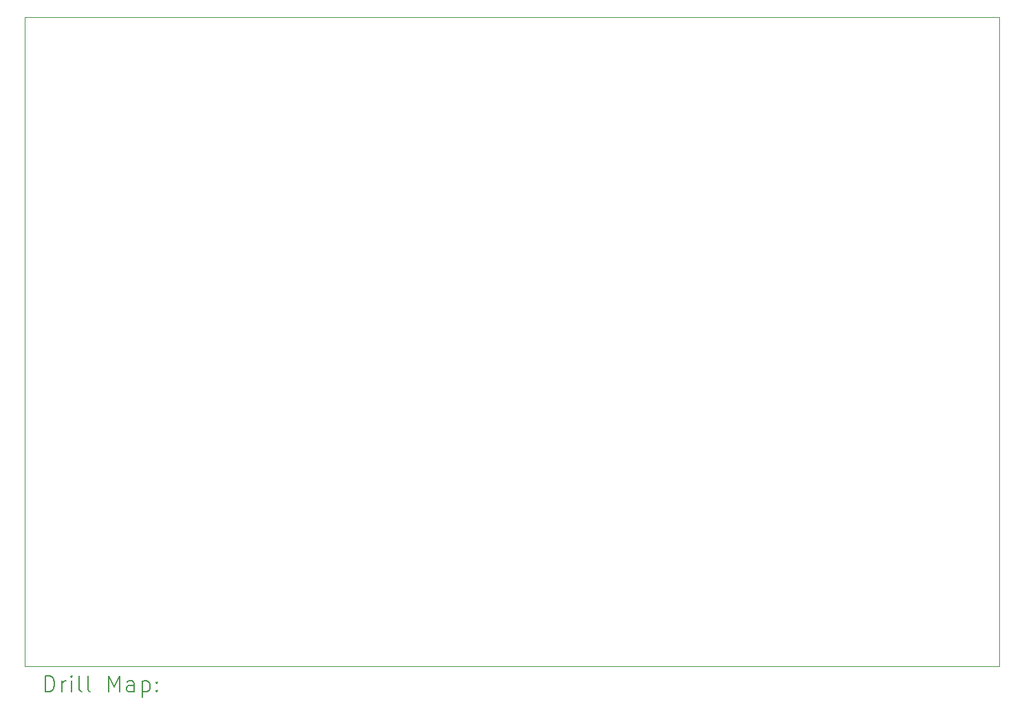
<source format=gbr>
%TF.GenerationSoftware,KiCad,Pcbnew,(6.0.7)*%
%TF.CreationDate,2023-11-05T23:44:26-03:00*%
%TF.ProjectId,Puente_H,5075656e-7465-45f4-982e-6b696361645f,v1*%
%TF.SameCoordinates,Original*%
%TF.FileFunction,Drillmap*%
%TF.FilePolarity,Positive*%
%FSLAX45Y45*%
G04 Gerber Fmt 4.5, Leading zero omitted, Abs format (unit mm)*
G04 Created by KiCad (PCBNEW (6.0.7)) date 2023-11-05 23:44:26*
%MOMM*%
%LPD*%
G01*
G04 APERTURE LIST*
%ADD10C,0.100000*%
%ADD11C,0.200000*%
G04 APERTURE END LIST*
D10*
X19155000Y-11540950D02*
X7155000Y-11540950D01*
X7155000Y-11540950D02*
X7155000Y-3540950D01*
X7155000Y-3540950D02*
X19155000Y-3540950D01*
X19155000Y-3540950D02*
X19155000Y-11540950D01*
D11*
X7407619Y-11856426D02*
X7407619Y-11656426D01*
X7455238Y-11656426D01*
X7483809Y-11665950D01*
X7502857Y-11684998D01*
X7512381Y-11704045D01*
X7521905Y-11742140D01*
X7521905Y-11770712D01*
X7512381Y-11808807D01*
X7502857Y-11827855D01*
X7483809Y-11846902D01*
X7455238Y-11856426D01*
X7407619Y-11856426D01*
X7607619Y-11856426D02*
X7607619Y-11723093D01*
X7607619Y-11761188D02*
X7617143Y-11742140D01*
X7626667Y-11732617D01*
X7645714Y-11723093D01*
X7664762Y-11723093D01*
X7731428Y-11856426D02*
X7731428Y-11723093D01*
X7731428Y-11656426D02*
X7721905Y-11665950D01*
X7731428Y-11675474D01*
X7740952Y-11665950D01*
X7731428Y-11656426D01*
X7731428Y-11675474D01*
X7855238Y-11856426D02*
X7836190Y-11846902D01*
X7826667Y-11827855D01*
X7826667Y-11656426D01*
X7960000Y-11856426D02*
X7940952Y-11846902D01*
X7931428Y-11827855D01*
X7931428Y-11656426D01*
X8188571Y-11856426D02*
X8188571Y-11656426D01*
X8255238Y-11799283D01*
X8321905Y-11656426D01*
X8321905Y-11856426D01*
X8502857Y-11856426D02*
X8502857Y-11751664D01*
X8493333Y-11732617D01*
X8474286Y-11723093D01*
X8436190Y-11723093D01*
X8417143Y-11732617D01*
X8502857Y-11846902D02*
X8483810Y-11856426D01*
X8436190Y-11856426D01*
X8417143Y-11846902D01*
X8407619Y-11827855D01*
X8407619Y-11808807D01*
X8417143Y-11789759D01*
X8436190Y-11780236D01*
X8483810Y-11780236D01*
X8502857Y-11770712D01*
X8598095Y-11723093D02*
X8598095Y-11923093D01*
X8598095Y-11732617D02*
X8617143Y-11723093D01*
X8655238Y-11723093D01*
X8674286Y-11732617D01*
X8683810Y-11742140D01*
X8693333Y-11761188D01*
X8693333Y-11818331D01*
X8683810Y-11837378D01*
X8674286Y-11846902D01*
X8655238Y-11856426D01*
X8617143Y-11856426D01*
X8598095Y-11846902D01*
X8779048Y-11837378D02*
X8788571Y-11846902D01*
X8779048Y-11856426D01*
X8769524Y-11846902D01*
X8779048Y-11837378D01*
X8779048Y-11856426D01*
X8779048Y-11732617D02*
X8788571Y-11742140D01*
X8779048Y-11751664D01*
X8769524Y-11742140D01*
X8779048Y-11732617D01*
X8779048Y-11751664D01*
M02*

</source>
